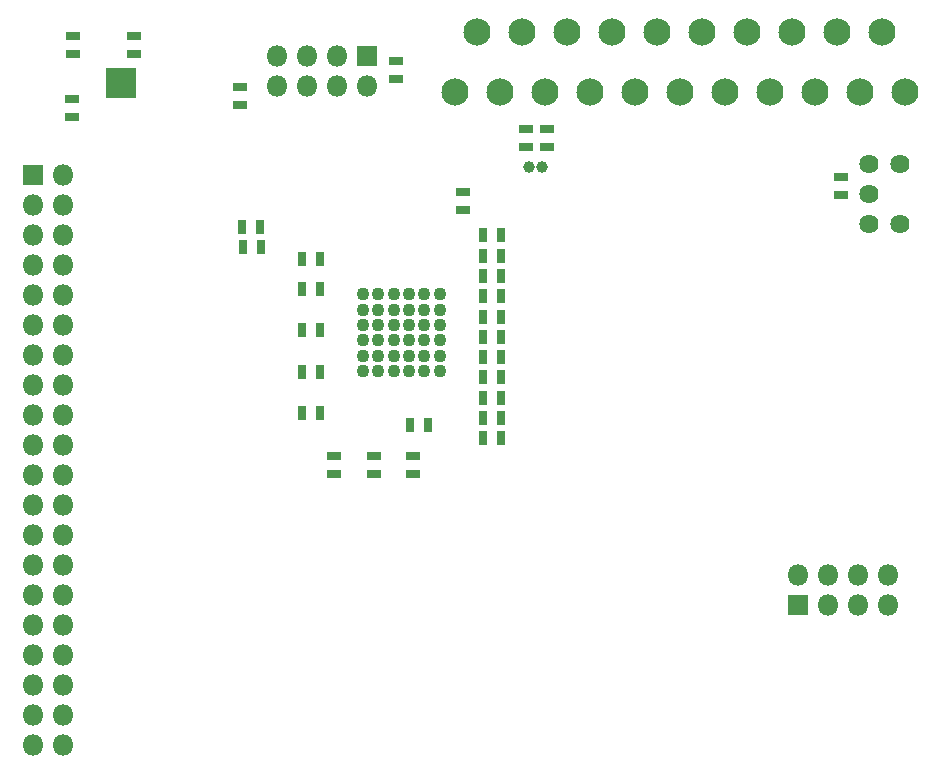
<source format=gbs>
G04 #@! TF.GenerationSoftware,KiCad,Pcbnew,5.0.1+dfsg1-3*
G04 #@! TF.CreationDate,2018-12-17T22:42:35+02:00*
G04 #@! TF.ProjectId,isl_board,69736C5F626F6172642E6B696361645F,rev?*
G04 #@! TF.SameCoordinates,Original*
G04 #@! TF.FileFunction,Soldermask,Bot*
G04 #@! TF.FilePolarity,Negative*
%FSLAX46Y46*%
G04 Gerber Fmt 4.6, Leading zero omitted, Abs format (unit mm)*
G04 Created by KiCad (PCBNEW 5.0.1+dfsg1-3) date 2018-12-17T22:42:35 EET*
%MOMM*%
%LPD*%
G01*
G04 APERTURE LIST*
%ADD10C,2.301600*%
%ADD11C,1.625600*%
%ADD12R,1.244600X0.736600*%
%ADD13R,0.736600X1.244600*%
%ADD14R,1.801600X1.801600*%
%ADD15O,1.801600X1.801600*%
%ADD16C,2.351600*%
%ADD17R,2.601600X2.601600*%
%ADD18C,1.001600*%
%ADD19C,1.101600*%
G04 APERTURE END LIST*
D10*
G04 #@! TO.C,J4*
X58250000Y-30500000D03*
X60155000Y-35580000D03*
X62060000Y-30500000D03*
X63965000Y-35580000D03*
X65870000Y-30500000D03*
X67775000Y-35580000D03*
X69680000Y-30500000D03*
X71585000Y-35580000D03*
X73490000Y-30500000D03*
X75395000Y-35580000D03*
X77300000Y-30500000D03*
X79205000Y-35580000D03*
X92540000Y-30500000D03*
X83015000Y-35580000D03*
X81110000Y-30500000D03*
X86825000Y-35580000D03*
X84920000Y-30500000D03*
X90635000Y-35580000D03*
X88730000Y-30500000D03*
X94445000Y-35580000D03*
X56345000Y-35580000D03*
G04 #@! TD*
D11*
G04 #@! TO.C,J3*
X91390000Y-41710000D03*
X91390000Y-44250000D03*
X91390000Y-46790000D03*
X94015000Y-46790000D03*
X94015000Y-41710000D03*
G04 #@! TD*
D12*
G04 #@! TO.C,C52*
X89030000Y-44262000D03*
X89030000Y-42738000D03*
G04 #@! TD*
D13*
G04 #@! TO.C,R10*
X52568000Y-63770000D03*
X54092000Y-63770000D03*
G04 #@! TD*
D14*
G04 #@! TO.C,J2*
X85400000Y-79050000D03*
D15*
X85400000Y-76510000D03*
X87940000Y-79050000D03*
X87940000Y-76510000D03*
X90480000Y-79050000D03*
X90480000Y-76510000D03*
X93020000Y-79050000D03*
X93020000Y-76510000D03*
G04 #@! TD*
G04 #@! TO.C,J5*
X41250000Y-35040000D03*
X41250000Y-32500000D03*
X43790000Y-35040000D03*
X43790000Y-32500000D03*
X46330000Y-35040000D03*
X46330000Y-32500000D03*
X48870000Y-35040000D03*
D14*
X48870000Y-32500000D03*
G04 #@! TD*
D16*
G04 #@! TO.C,U6*
X28090053Y-34782843D03*
D17*
X28090053Y-34782843D03*
G04 #@! TD*
D13*
G04 #@! TO.C,C9*
X60242000Y-52890000D03*
X58718000Y-52890000D03*
G04 #@! TD*
G04 #@! TO.C,C10*
X60242000Y-64900000D03*
X58718000Y-64900000D03*
G04 #@! TD*
G04 #@! TO.C,C11*
X60242000Y-61470000D03*
X58718000Y-61470000D03*
G04 #@! TD*
G04 #@! TO.C,C12*
X60242000Y-56320000D03*
X58718000Y-56320000D03*
G04 #@! TD*
G04 #@! TO.C,C14*
X60242000Y-51170000D03*
X58718000Y-51170000D03*
G04 #@! TD*
G04 #@! TO.C,C15*
X60232000Y-47720000D03*
X58708000Y-47720000D03*
G04 #@! TD*
G04 #@! TO.C,C16*
X60242000Y-63180000D03*
X58718000Y-63180000D03*
G04 #@! TD*
G04 #@! TO.C,C17*
X60242000Y-59750000D03*
X58718000Y-59750000D03*
G04 #@! TD*
G04 #@! TO.C,C18*
X60242000Y-58030000D03*
X58718000Y-58030000D03*
G04 #@! TD*
G04 #@! TO.C,C19*
X60242000Y-54600000D03*
X58718000Y-54600000D03*
G04 #@! TD*
G04 #@! TO.C,C21*
X60242000Y-49450000D03*
X58718000Y-49450000D03*
G04 #@! TD*
D12*
G04 #@! TO.C,C24*
X64120000Y-40242000D03*
X64120000Y-38718000D03*
G04 #@! TD*
G04 #@! TO.C,C25*
X62340000Y-40242000D03*
X62340000Y-38718000D03*
G04 #@! TD*
G04 #@! TO.C,C26*
X57040000Y-44078000D03*
X57040000Y-45602000D03*
G04 #@! TD*
G04 #@! TO.C,C28*
X52760000Y-66368000D03*
X52760000Y-67892000D03*
G04 #@! TD*
G04 #@! TO.C,C29*
X49520000Y-67892000D03*
X49520000Y-66368000D03*
G04 #@! TD*
G04 #@! TO.C,C31*
X46080000Y-67902000D03*
X46080000Y-66378000D03*
G04 #@! TD*
D13*
G04 #@! TO.C,C32*
X43418000Y-52240000D03*
X44942000Y-52240000D03*
G04 #@! TD*
G04 #@! TO.C,C33*
X43408000Y-49740000D03*
X44932000Y-49740000D03*
G04 #@! TD*
G04 #@! TO.C,C34*
X43418000Y-62750000D03*
X44942000Y-62750000D03*
G04 #@! TD*
G04 #@! TO.C,C35*
X43418000Y-59250000D03*
X44942000Y-59250000D03*
G04 #@! TD*
G04 #@! TO.C,C36*
X43418000Y-55750000D03*
X44942000Y-55750000D03*
G04 #@! TD*
D12*
G04 #@! TO.C,C37*
X23970053Y-36210843D03*
X23970053Y-37734843D03*
G04 #@! TD*
G04 #@! TO.C,C38*
X24000053Y-32364843D03*
X24000053Y-30840843D03*
G04 #@! TD*
G04 #@! TO.C,C41*
X29190053Y-32384843D03*
X29190053Y-30860843D03*
G04 #@! TD*
D14*
G04 #@! TO.C,J1*
X20630000Y-42600000D03*
D15*
X23170000Y-42600000D03*
X20630000Y-45140000D03*
X23170000Y-45140000D03*
X20630000Y-47680000D03*
X23170000Y-47680000D03*
X20630000Y-50220000D03*
X23170000Y-50220000D03*
X20630000Y-52760000D03*
X23170000Y-52760000D03*
X20630000Y-55300000D03*
X23170000Y-55300000D03*
X20630000Y-57840000D03*
X23170000Y-57840000D03*
X20630000Y-60380000D03*
X23170000Y-60380000D03*
X20630000Y-62920000D03*
X23170000Y-62920000D03*
X20630000Y-65460000D03*
X23170000Y-65460000D03*
X20630000Y-68000000D03*
X23170000Y-68000000D03*
X20630000Y-70540000D03*
X23170000Y-70540000D03*
X20630000Y-73080000D03*
X23170000Y-73080000D03*
X20630000Y-75620000D03*
X23170000Y-75620000D03*
X20630000Y-78160000D03*
X23170000Y-78160000D03*
X20630000Y-80700000D03*
X23170000Y-80700000D03*
X20630000Y-83240000D03*
X23170000Y-83240000D03*
X20630000Y-85780000D03*
X23170000Y-85780000D03*
X20630000Y-88320000D03*
X23170000Y-88320000D03*
X20630000Y-90860000D03*
X23170000Y-90860000D03*
G04 #@! TD*
D12*
G04 #@! TO.C,R37*
X38190000Y-36644000D03*
X38190000Y-35120000D03*
G04 #@! TD*
D13*
G04 #@! TO.C,R39*
X39882000Y-46970000D03*
X38358000Y-46970000D03*
G04 #@! TD*
G04 #@! TO.C,R40*
X39892000Y-48690000D03*
X38368000Y-48690000D03*
G04 #@! TD*
D12*
G04 #@! TO.C,R45*
X51350000Y-32978000D03*
X51350000Y-34502000D03*
G04 #@! TD*
D18*
G04 #@! TO.C,Y1*
X63750000Y-41910000D03*
X62650000Y-41910000D03*
G04 #@! TD*
D19*
G04 #@! TO.C,U5*
X55058340Y-59215800D03*
X53758340Y-59215800D03*
X52458340Y-59215800D03*
X51158340Y-59215800D03*
X49858340Y-59215800D03*
X48558340Y-59215800D03*
X55058340Y-57915800D03*
X53758340Y-57915800D03*
X52458340Y-57915800D03*
X51158340Y-57915800D03*
X49858340Y-57915800D03*
X48558340Y-57915800D03*
X55058340Y-56615800D03*
X53758340Y-56615800D03*
X52458340Y-56615800D03*
X51158340Y-56615800D03*
X49858340Y-56615800D03*
X48558340Y-56615800D03*
X55058340Y-55315800D03*
X53758340Y-55315800D03*
X52458340Y-55315800D03*
X51158340Y-55315800D03*
X49858340Y-55315800D03*
X48558340Y-55315800D03*
X55058340Y-54015800D03*
X53758340Y-54015800D03*
X52458340Y-54015800D03*
X51158340Y-54015800D03*
X49858340Y-54015800D03*
X48558340Y-54015800D03*
X55058340Y-52715800D03*
X53758340Y-52715800D03*
X52458340Y-52715800D03*
X51158340Y-52715800D03*
X49858340Y-52715800D03*
X48558340Y-52715800D03*
G04 #@! TD*
M02*

</source>
